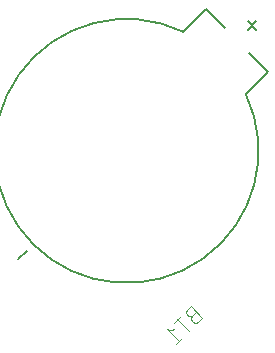
<source format=gbr>
G04 #@! TF.GenerationSoftware,KiCad,Pcbnew,5.99.0-unknown-a5c7d45~100~ubuntu19.10.1*
G04 #@! TF.CreationDate,2020-01-22T19:28:44+01:00*
G04 #@! TF.ProjectId,ilulissat,696c756c-6973-4736-9174-2e6b69636164,rev?*
G04 #@! TF.SameCoordinates,Original*
G04 #@! TF.FileFunction,Legend,Bot*
G04 #@! TF.FilePolarity,Positive*
%FSLAX46Y46*%
G04 Gerber Fmt 4.6, Leading zero omitted, Abs format (unit mm)*
G04 Created by KiCad (PCBNEW 5.99.0-unknown-a5c7d45~100~ubuntu19.10.1) date 2020-01-22 19:28:44*
%MOMM*%
%LPD*%
G04 APERTURE LIST*
%ADD10C,0.127000*%
%ADD11C,0.015000*%
G04 APERTURE END LIST*
D10*
X155529321Y-88658878D02*
X153623668Y-90564531D01*
X160832622Y-93962179D02*
X158926969Y-95867832D01*
X158926968Y-95867832D02*
G75*
G02*
X153623668Y-90564531I-10097526J-4794226D01*
G01*
X160832622Y-93962179D02*
X159220418Y-92349975D01*
X155529321Y-88658878D02*
X157141525Y-90271082D01*
X139661845Y-109829655D02*
X140368952Y-109122548D01*
X159107281Y-90384219D02*
X159814388Y-89677112D01*
X159814388Y-90384219D02*
X159107281Y-89677112D01*
D11*
X154393707Y-114598382D02*
X154299426Y-114786944D01*
X154299426Y-114881225D01*
X154346567Y-115022646D01*
X154487988Y-115164068D01*
X154629410Y-115211208D01*
X154723690Y-115211208D01*
X154865112Y-115164068D01*
X155242235Y-114786944D01*
X154252286Y-113796995D01*
X153922303Y-114126978D01*
X153875162Y-114268399D01*
X153875162Y-114362680D01*
X153922303Y-114504101D01*
X154016584Y-114598382D01*
X154158005Y-114645523D01*
X154252286Y-114645523D01*
X154393707Y-114598382D01*
X154723690Y-114268399D01*
X153403758Y-114645523D02*
X152838072Y-115211208D01*
X154110865Y-115918315D02*
X153120915Y-114928366D01*
X152979494Y-117049686D02*
X153545179Y-116484000D01*
X153262336Y-116766843D02*
X152272387Y-115776894D01*
X152508089Y-115824034D01*
X152696651Y-115824034D01*
X152838072Y-115776894D01*
M02*

</source>
